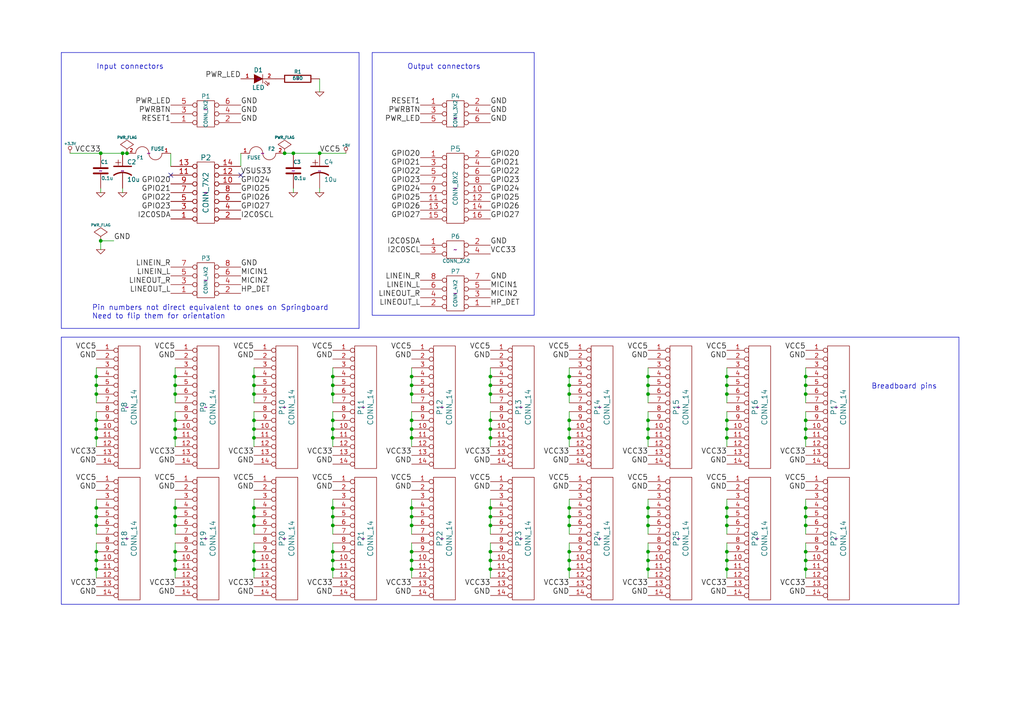
<source format=kicad_sch>
(kicad_sch (version 20230121) (generator eeschema)
  (paper "A4")
  (title_block (title "ProtoSpring for VAB-600 Springboard") (date "26 jun 2015") (rev "v1") (company "VIA Embedded / Gergely Imreh") (comment 1 "CERN Open Hardware License 1.2"))
  (lib_symbols
    (symbol "ProtoSpring-rescue:+3.3V" (power) (pin_names (offset 0))
      (property "Value" "+3.3V" (at 0 2.794 0))
      (symbol "+3.3V_0_0"
        (pin power_in line (at 0 0 90) (length 0) hide (name "+3.3V") (number "1"))
      )
      (symbol "+3.3V_0_1"
        (polyline (pts (xy 0 0) (xy 0 1.016) (xy 0 1.016)))
        (circle (center 0 1.524) (radius 0.508))
      )
    )
    (symbol "ProtoSpring-rescue:+5V" (power) (pin_names (offset 1.016))
      (property "Value" "+5V" (at 0 2.286 0))
      (symbol "+5V_0_0"
        (pin power_in line (at 0 0 90) (length 0) hide (name "+5V") (number "1"))
      )
      (symbol "+5V_0_1"
        (polyline (pts (xy 0 0) (xy 0 0.762) (xy 0 0.762) (xy 0 0.762)))
        (circle (center 0 1.27) (radius 0.508))
      )
    )
    (symbol "ProtoSpring-rescue:C" (pin_numbers hide) (pin_names (offset 0.254))
      (property "Reference" "C" (at 0 2.54 0))
      (property "Value" "C" (at 0.1524 -2.159 0))
      (symbol "C_0_1"
        (polyline (pts (xy -2.032 -0.762) (xy 2.032 -0.762)) (stroke (width 0.508)))
        (polyline (pts (xy -2.032 0.762) (xy 2.032 0.762)) (stroke (width 0.508)))
      )
      (symbol "C_1_1"
        (pin passive line (at 0 5.08 270) (length 4.318) (name "~") (number "1"))
        (pin passive line (at 0 -5.08 90) (length 4.318) (name "~") (number "2"))
      )
    )
    (symbol "ProtoSpring-rescue:CONN_14" (pin_names (offset 1.016) hide)
      (property "Reference" "P" (at -0.762 0 90))
      (property "Value" "CONN_14" (at 2.032 0 90))
      (symbol "CONN_14_0_1"
        (rectangle (start -2.54 17.78) (end 3.81 -17.78))
      )
      (symbol "CONN_14_1_1"
        (pin passive inverted (at -8.89 16.51 0) (length 6.35) (name "P1") (number "1"))
        (pin passive inverted (at -8.89 -6.35 0) (length 6.35) (name "P10") (number "10"))
        (pin passive inverted (at -8.89 -8.89 0) (length 6.35) (name "P11") (number "11"))
        (pin passive inverted (at -8.89 -11.43 0) (length 6.35) (name "P12") (number "12"))
        (pin passive inverted (at -8.89 -13.97 0) (length 6.35) (name "P13") (number "13"))
        (pin passive inverted (at -8.89 -16.51 0) (length 6.35) (name "P14") (number "14"))
        (pin passive inverted (at -8.89 13.97 0) (length 6.35) (name "P2") (number "2"))
        (pin passive inverted (at -8.89 11.43 0) (length 6.35) (name "P3") (number "3"))
        (pin passive inverted (at -8.89 8.89 0) (length 6.35) (name "P4") (number "4"))
        (pin passive inverted (at -8.89 6.35 0) (length 6.35) (name "P5") (number "5"))
        (pin passive inverted (at -8.89 3.81 0) (length 6.35) (name "P6") (number "6"))
        (pin passive inverted (at -8.89 1.27 0) (length 6.35) (name "P7") (number "7"))
        (pin passive inverted (at -8.89 -1.27 0) (length 6.35) (name "P8") (number "8"))
        (pin passive inverted (at -8.89 -3.81 0) (length 6.35) (name "P9") (number "9"))
      )
    )
    (symbol "ProtoSpring-rescue:CONN_2X2" (pin_names (offset 1.016) hide)
      (property "Reference" "P" (at 0 3.81 0))
      (property "Value" "CONN_2X2" (at 0.254 -3.302 0))
      (symbol "CONN_2X2_0_1"
        (rectangle (start -2.54 2.54) (end 2.54 -2.54))
      )
      (symbol "CONN_2X2_1_1"
        (pin passive inverted (at -10.16 1.27 0) (length 7.62) (name "1") (number "1"))
        (pin passive inverted (at 10.16 1.27 180) (length 7.62) (name "2") (number "2"))
        (pin passive inverted (at -10.16 -1.27 0) (length 7.62) (name "3") (number "3"))
        (pin passive inverted (at 10.16 -1.27 180) (length 7.62) (name "4") (number "4"))
      )
    )
    (symbol "ProtoSpring-rescue:CONN_3X2" (pin_names (offset 1.016) hide)
      (property "Reference" "P" (at 0 6.35 0))
      (property "Value" "CONN_3X2" (at 0 1.27 90))
      (symbol "CONN_3X2_0_1"
        (rectangle (start -2.54 5.08) (end 2.54 -2.54))
      )
      (symbol "CONN_3X2_1_1"
        (pin passive inverted (at -10.16 3.81 0) (length 7.62) (name "1") (number "1"))
        (pin passive inverted (at 10.16 3.81 180) (length 7.62) (name "2") (number "2"))
        (pin passive inverted (at -10.16 1.27 0) (length 7.62) (name "3") (number "3"))
        (pin passive inverted (at 10.16 1.27 180) (length 7.62) (name "4") (number "4"))
        (pin passive inverted (at -10.16 -1.27 0) (length 7.62) (name "5") (number "5"))
        (pin passive inverted (at 10.16 -1.27 180) (length 7.62) (name "6") (number "6"))
      )
    )
    (symbol "ProtoSpring-rescue:CONN_4X2" (pin_names (offset 1.016) hide)
      (property "Reference" "P" (at 0 6.35 0))
      (property "Value" "CONN_4X2" (at 0 0 90))
      (symbol "CONN_4X2_0_1"
        (rectangle (start -2.54 5.08) (end 2.54 -5.08))
      )
      (symbol "CONN_4X2_1_1"
        (pin passive inverted (at -10.16 3.81 0) (length 7.62) (name "1") (number "1"))
        (pin passive inverted (at 10.16 3.81 180) (length 7.62) (name "2") (number "2"))
        (pin passive inverted (at -10.16 1.27 0) (length 7.62) (name "3") (number "3"))
        (pin passive inverted (at 10.16 1.27 180) (length 7.62) (name "4") (number "4"))
        (pin passive inverted (at -10.16 -1.27 0) (length 7.62) (name "5") (number "5"))
        (pin passive inverted (at 10.16 -1.27 180) (length 7.62) (name "6") (number "6"))
        (pin passive inverted (at -10.16 -3.81 0) (length 7.62) (name "7") (number "7"))
        (pin passive inverted (at 10.16 -3.81 180) (length 7.62) (name "8") (number "8"))
      )
    )
    (symbol "ProtoSpring-rescue:CONN_7X2" (pin_names (offset 1.016) hide)
      (property "Reference" "P" (at 0 10.16 0))
      (property "Value" "CONN_7X2" (at 0 0 90))
      (symbol "CONN_7X2_0_1"
        (rectangle (start -2.54 8.89) (end 2.54 -8.89))
      )
      (symbol "CONN_7X2_1_1"
        (pin passive inverted (at -10.16 7.62 0) (length 7.62) (name "P1") (number "1"))
        (pin passive inverted (at 10.16 -2.54 180) (length 7.62) (name "10") (number "10"))
        (pin passive inverted (at -10.16 -5.08 0) (length 7.62) (name "11") (number "11"))
        (pin passive inverted (at 10.16 -5.08 180) (length 7.62) (name "12") (number "12"))
        (pin passive inverted (at -10.16 -7.62 0) (length 7.62) (name "13") (number "13"))
        (pin passive inverted (at 10.16 -7.62 180) (length 7.62) (name "14") (number "14"))
        (pin passive inverted (at 10.16 7.62 180) (length 7.62) (name "P2") (number "2"))
        (pin passive inverted (at -10.16 5.08 0) (length 7.62) (name "P3") (number "3"))
        (pin passive inverted (at 10.16 5.08 180) (length 7.62) (name "P4") (number "4"))
        (pin passive inverted (at -10.16 2.54 0) (length 7.62) (name "P5") (number "5"))
        (pin passive inverted (at 10.16 2.54 180) (length 7.62) (name "P6") (number "6"))
        (pin passive inverted (at -10.16 0 0) (length 7.62) (name "P7") (number "7"))
        (pin passive inverted (at 10.16 0 180) (length 7.62) (name "P8") (number "8"))
        (pin passive inverted (at -10.16 -2.54 0) (length 7.62) (name "9") (number "9"))
      )
    )
    (symbol "ProtoSpring-rescue:CONN_8X2" (pin_names (offset 1.016))
      (property "Reference" "P" (at 0 11.43 0))
      (property "Value" "CONN_8X2" (at 0 0 90))
      (symbol "CONN_8X2_0_1"
        (rectangle (start -2.54 10.16) (end 2.54 -10.16))
      )
      (symbol "CONN_8X2_1_1"
        (pin passive inverted (at -10.16 8.89 0) (length 7.62) (name "~") (number "1"))
        (pin passive inverted (at 10.16 -1.27 180) (length 7.62) (name "~") (number "10"))
        (pin passive inverted (at -10.16 -3.81 0) (length 7.62) (name "~") (number "11"))
        (pin passive inverted (at 10.16 -3.81 180) (length 7.62) (name "~") (number "12"))
        (pin passive inverted (at -10.16 -6.35 0) (length 7.62) (name "~") (number "13"))
        (pin passive inverted (at 10.16 -6.35 180) (length 7.62) (name "~") (number "14"))
        (pin passive inverted (at -10.16 -8.89 0) (length 7.62) (name "~") (number "15"))
        (pin passive inverted (at 10.16 -8.89 180) (length 7.62) (name "~") (number "16"))
        (pin passive inverted (at 10.16 8.89 180) (length 7.62) (name "~") (number "2"))
        (pin passive inverted (at -10.16 6.35 0) (length 7.62) (name "~") (number "3"))
        (pin passive inverted (at 10.16 6.35 180) (length 7.62) (name "~") (number "4"))
        (pin passive inverted (at -10.16 3.81 0) (length 7.62) (name "~") (number "5"))
        (pin passive inverted (at 10.16 3.81 180) (length 7.62) (name "~") (number "6"))
        (pin passive inverted (at -10.16 1.27 0) (length 7.62) (name "~") (number "7"))
        (pin passive inverted (at 10.16 1.27 180) (length 7.62) (name "~") (number "8"))
        (pin passive inverted (at -10.16 -1.27 0) (length 7.62) (name "~") (number "9"))
      )
    )
    (symbol "ProtoSpring-rescue:CP1" (pin_numbers hide) (pin_names (offset 0.254) hide)
      (property "Reference" "C" (at 1.27 2.54 0))
      (property "Value" "CP1" (at 1.27 -2.54 0))
      (symbol "CP1_0_0"
        (text "+" (at -1.27 2.54 0) (effects (font (size 2.032 2.032))))
      )
      (symbol "CP1_0_1"
        (polyline (pts (xy -2.54 1.27) (xy 2.54 1.27) (xy 1.27 1.27) (xy 1.27 1.27)) (stroke (width 0.381)))
        (arc (start 2.54 -1.27) (mid 0 -0.5009) (end -2.54 -1.27) (stroke (width 0.381)))
      )
      (symbol "CP1_1_1"
        (pin passive line (at 0 5.08 270) (length 3.81) (name "~") (number "1"))
        (pin passive line (at 0 -5.08 90) (length 4.572) (name "~") (number "2"))
      )
    )
    (symbol "ProtoSpring-rescue:FUSE" (pin_names (offset 0.254))
      (property "Reference" "F" (at 2.54 1.27 0))
      (property "Value" "FUSE" (at -2.54 -1.27 0))
      (symbol "FUSE_0_1"
        (arc (start 0 0) (mid -1.905 1.8967) (end -3.81 0))
        (arc (start 0 0) (mid 1.905 -1.8967) (end 3.81 0))
      )
      (symbol "FUSE_1_1"
        (pin input line (at -6.35 0 0) (length 2.54) (name "~") (number "1"))
        (pin input line (at 6.35 0 180) (length 2.54) (name "~") (number "2"))
      )
    )
    (symbol "ProtoSpring-rescue:GND" (power) (pin_names (offset 0))
      (symbol "GND_0_1"
        (polyline (pts (xy -1.27 0) (xy 0 -1.27) (xy 1.27 0) (xy -1.27 0)))
      )
      (symbol "GND_1_1"
        (pin power_in line (at 0 0 90) (length 0) hide (name "GND") (number "1"))
      )
    )
    (symbol "ProtoSpring-rescue:LED" (pin_names (offset 1.016) hide)
      (property "Reference" "D" (at 0 2.54 0))
      (property "Value" "LED" (at 0 -2.54 0))
      (symbol "LED_0_1"
        (polyline (pts (xy 1.27 1.27) (xy 1.27 -1.27)))
        (polyline (pts (xy -1.27 1.27) (xy 1.27 0) (xy -1.27 -1.27)) (fill (type outline)))
        (polyline (pts (xy 1.651 -1.016) (xy 2.794 -2.032) (xy 2.667 -1.397)))
        (polyline (pts (xy 2.032 -0.635) (xy 3.175 -1.651) (xy 3.048 -1.016)))
      )
      (symbol "LED_1_1"
        (pin passive line (at -5.08 0 0) (length 3.81) (name "A") (number "1"))
        (pin passive line (at 5.08 0 180) (length 3.81) (name "K") (number "2"))
      )
    )
    (symbol "ProtoSpring-rescue:PWR_FLAG" (power) (pin_numbers hide) (pin_names (offset 0) hide)
      (property "Value" "PWR_FLAG" (at 0 4.572 0))
      (symbol "PWR_FLAG_0_0"
        (pin power_out line (at 0 0 90) (length 0) (name "pwr") (number "1"))
      )
      (symbol "PWR_FLAG_0_1"
        (polyline (pts (xy 0 0) (xy 0 1.27) (xy -1.905 2.54) (xy 0 3.81) (xy 1.905 2.54) (xy 0 1.27)))
      )
    )
    (symbol "ProtoSpring-rescue:R" (pin_numbers hide) (pin_names (offset 0))
      (property "Reference" "R" (at 2.032 0 90))
      (property "Value" "R" (at 0.1778 0.0254 90))
      (symbol "R_0_1"
        (rectangle (start -1.016 3.81) (end 1.016 -3.81) (stroke (width 0.3048)))
      )
      (symbol "R_1_1"
        (pin passive line (at 0 6.35 270) (length 2.54) (name "~") (number "1"))
        (pin passive line (at 0 -6.35 90) (length 2.54) (name "~") (number "2"))
      )
    )
  )
  (junction (at 142.24 162.56))
  (junction (at 119.38 109.22))
  (junction (at 119.38 149.86))
  (junction (at 233.68 160.02))
  (junction (at 142.24 109.22))
  (junction (at 165.1 114.3))
  (junction (at 233.68 165.1))
  (junction (at 96.52 109.22))
  (junction (at 119.38 114.3))
  (junction (at 187.96 109.22))
  (junction (at 73.66 147.32))
  (junction (at 142.24 114.3))
  (junction (at 119.38 147.32))
  (junction (at 233.68 162.56))
  (junction (at 27.94 149.86))
  (junction (at 27.94 147.32))
  (junction (at 36.83 44.45))
  (junction (at 29.21 69.85))
  (junction (at 50.8 149.86))
  (junction (at 96.52 165.1))
  (junction (at 165.1 121.92))
  (junction (at 35.56 44.45))
  (junction (at 27.94 160.02))
  (junction (at 27.94 162.56))
  (junction (at 187.96 114.3))
  (junction (at 187.96 160.02))
  (junction (at 119.38 165.1))
  (junction (at 119.38 127))
  (junction (at 142.24 111.76))
  (junction (at 210.82 127))
  (junction (at 50.8 127))
  (junction (at 82.55 44.45))
  (junction (at 96.52 147.32))
  (junction (at 142.24 127))
  (junction (at 165.1 149.86))
  (junction (at 165.1 152.4))
  (junction (at 233.68 121.92))
  (junction (at 96.52 121.92))
  (junction (at 142.24 149.86))
  (junction (at 73.66 165.1))
  (junction (at 233.68 149.86))
  (junction (at 210.82 124.46))
  (junction (at 96.52 152.4))
  (junction (at 187.96 147.32))
  (junction (at 165.1 165.1))
  (junction (at 187.96 162.56))
  (junction (at 73.66 121.92))
  (junction (at 27.94 111.76))
  (junction (at 165.1 109.22))
  (junction (at 210.82 109.22))
  (junction (at 165.1 162.56))
  (junction (at 187.96 152.4))
  (junction (at 165.1 147.32))
  (junction (at 187.96 165.1))
  (junction (at 27.94 121.92))
  (junction (at 165.1 127))
  (junction (at 233.68 152.4))
  (junction (at 210.82 147.32))
  (junction (at 210.82 165.1))
  (junction (at 50.8 109.22))
  (junction (at 96.52 124.46))
  (junction (at 119.38 162.56))
  (junction (at 187.96 127))
  (junction (at 165.1 160.02))
  (junction (at 210.82 162.56))
  (junction (at 50.8 147.32))
  (junction (at 73.66 114.3))
  (junction (at 96.52 162.56))
  (junction (at 142.24 160.02))
  (junction (at 210.82 121.92))
  (junction (at 73.66 160.02))
  (junction (at 187.96 121.92))
  (junction (at 50.8 111.76))
  (junction (at 96.52 114.3))
  (junction (at 210.82 149.86))
  (junction (at 210.82 111.76))
  (junction (at 233.68 114.3))
  (junction (at 92.71 44.45))
  (junction (at 165.1 111.76))
  (junction (at 210.82 114.3))
  (junction (at 119.38 152.4))
  (junction (at 29.21 44.45))
  (junction (at 73.66 109.22))
  (junction (at 233.68 127))
  (junction (at 233.68 124.46))
  (junction (at 119.38 111.76))
  (junction (at 73.66 162.56))
  (junction (at 187.96 149.86))
  (junction (at 187.96 111.76))
  (junction (at 142.24 124.46))
  (junction (at 187.96 124.46))
  (junction (at 73.66 152.4))
  (junction (at 50.8 121.92))
  (junction (at 50.8 165.1))
  (junction (at 233.68 147.32))
  (junction (at 96.52 160.02))
  (junction (at 233.68 109.22))
  (junction (at 165.1 124.46))
  (junction (at 73.66 149.86))
  (junction (at 50.8 114.3))
  (junction (at 119.38 160.02))
  (junction (at 142.24 147.32))
  (junction (at 96.52 149.86))
  (junction (at 233.68 111.76))
  (junction (at 73.66 127))
  (junction (at 73.66 111.76))
  (junction (at 142.24 165.1))
  (junction (at 96.52 127))
  (junction (at 85.09 44.45))
  (junction (at 50.8 162.56))
  (junction (at 96.52 111.76))
  (junction (at 50.8 160.02))
  (junction (at 210.82 160.02))
  (junction (at 210.82 152.4))
  (junction (at 27.94 165.1))
  (junction (at 27.94 152.4))
  (junction (at 119.38 124.46))
  (junction (at 27.94 124.46))
  (junction (at 50.8 152.4))
  (junction (at 73.66 124.46))
  (junction (at 50.8 124.46))
  (junction (at 142.24 152.4))
  (junction (at 27.94 109.22))
  (junction (at 142.24 121.92))
  (junction (at 27.94 114.3))
  (junction (at 27.94 127))
  (junction (at 119.38 121.92))
  (no_connect (at 69.85 50.8))
  (no_connect (at 49.53 50.8))
  (wire (pts (xy 119.38 119.38) (xy 119.38 121.92)))
  (wire (pts (xy 142.24 144.78) (xy 142.24 147.32)))
  (wire (pts (xy 96.52 152.4) (xy 96.52 154.94)))
  (wire (pts (xy 187.96 147.32) (xy 187.96 149.86)))
  (wire (pts (xy 210.82 162.56) (xy 210.82 165.1)))
  (wire (pts (xy 73.66 121.92) (xy 73.66 124.46)))
  (wire (pts (xy 165.1 106.68) (xy 165.1 109.22)))
  (wire (pts (xy 27.94 144.78) (xy 27.94 147.32)))
  (wire (pts (xy 50.8 114.3) (xy 50.8 116.84)))
  (polyline (pts (xy 104.14 95.25) (xy 17.78 95.25)))
  (wire (pts (xy 27.94 121.92) (xy 27.94 124.46)))
  (wire (pts (xy 119.38 152.4) (xy 119.38 154.94)))
  (wire (pts (xy 187.96 111.76) (xy 187.96 114.3)))
  (wire (pts (xy 187.96 152.4) (xy 187.96 154.94)))
  (polyline (pts (xy 154.94 91.44) (xy 107.95 91.44)))
  (wire (pts (xy 187.96 121.92) (xy 187.96 124.46)))
  (wire (pts (xy 119.38 157.48) (xy 119.38 160.02)))
  (wire (pts (xy 187.96 149.86) (xy 187.96 152.4)))
  (polyline (pts (xy 17.78 15.24) (xy 104.14 15.24)))
  (wire (pts (xy 187.96 162.56) (xy 187.96 165.1)))
  (wire (pts (xy 210.82 127) (xy 210.82 129.54)))
  (wire (pts (xy 142.24 121.92) (xy 142.24 124.46)))
  (wire (pts (xy 210.82 152.4) (xy 210.82 154.94)))
  (wire (pts (xy 73.66 147.32) (xy 73.66 149.86)))
  (wire (pts (xy 96.52 162.56) (xy 96.52 165.1)))
  (wire (pts (xy 165.1 114.3) (xy 165.1 116.84)))
  (wire (pts (xy 119.38 111.76) (xy 119.38 114.3)))
  (wire (pts (xy 142.24 124.46) (xy 142.24 127)))
  (wire (pts (xy 50.8 144.78) (xy 50.8 147.32)))
  (wire (pts (xy 165.1 124.46) (xy 165.1 127)))
  (wire (pts (xy 92.71 22.86) (xy 92.71 26.67)))
  (wire (pts (xy 210.82 119.38) (xy 210.82 121.92)))
  (wire (pts (xy 20.32 44.45) (xy 29.21 44.45)))
  (wire (pts (xy 187.96 119.38) (xy 187.96 121.92)))
  (wire (pts (xy 165.1 144.78) (xy 165.1 147.32)))
  (wire (pts (xy 142.24 111.76) (xy 142.24 114.3)))
  (wire (pts (xy 119.38 165.1) (xy 119.38 167.64)))
  (wire (pts (xy 29.21 69.85) (xy 33.02 69.85)))
  (wire (pts (xy 49.53 48.26) (xy 49.53 44.45)))
  (wire (pts (xy 50.8 165.1) (xy 50.8 167.64)))
  (wire (pts (xy 165.1 149.86) (xy 165.1 152.4)))
  (polyline (pts (xy 278.13 97.79) (xy 278.13 175.26)))
  (wire (pts (xy 233.68 149.86) (xy 233.68 152.4)))
  (wire (pts (xy 119.38 149.86) (xy 119.38 152.4)))
  (wire (pts (xy 73.66 119.38) (xy 73.66 121.92)))
  (wire (pts (xy 73.66 157.48) (xy 73.66 160.02)))
  (wire (pts (xy 187.96 144.78) (xy 187.96 147.32)))
  (wire (pts (xy 96.52 114.3) (xy 96.52 116.84)))
  (wire (pts (xy 73.66 144.78) (xy 73.66 147.32)))
  (wire (pts (xy 73.66 124.46) (xy 73.66 127)))
  (wire (pts (xy 165.1 160.02) (xy 165.1 162.56)))
  (wire (pts (xy 73.66 149.86) (xy 73.66 152.4)))
  (wire (pts (xy 27.94 160.02) (xy 27.94 162.56)))
  (wire (pts (xy 210.82 144.78) (xy 210.82 147.32)))
  (wire (pts (xy 233.68 157.48) (xy 233.68 160.02)))
  (wire (pts (xy 50.8 149.86) (xy 50.8 152.4)))
  (wire (pts (xy 50.8 127) (xy 50.8 129.54)))
  (wire (pts (xy 27.94 111.76) (xy 27.94 114.3)))
  (wire (pts (xy 165.1 111.76) (xy 165.1 114.3)))
  (wire (pts (xy 210.82 106.68) (xy 210.82 109.22)))
  (wire (pts (xy 73.66 127) (xy 73.66 129.54)))
  (wire (pts (xy 119.38 109.22) (xy 119.38 111.76)))
  (wire (pts (xy 35.56 44.45) (xy 36.83 44.45)))
  (wire (pts (xy 92.71 54.61) (xy 92.71 55.88)))
  (wire (pts (xy 233.68 114.3) (xy 233.68 116.84)))
  (wire (pts (xy 50.8 147.32) (xy 50.8 149.86)))
  (polyline (pts (xy 17.78 175.26) (xy 17.78 97.79)))
  (wire (pts (xy 73.66 109.22) (xy 73.66 111.76)))
  (wire (pts (xy 73.66 160.02) (xy 73.66 162.56)))
  (wire (pts (xy 96.52 149.86) (xy 96.52 152.4)))
  (wire (pts (xy 233.68 165.1) (xy 233.68 167.64)))
  (wire (pts (xy 96.52 106.68) (xy 96.52 109.22)))
  (wire (pts (xy 27.94 109.22) (xy 27.94 111.76)))
  (wire (pts (xy 50.8 162.56) (xy 50.8 165.1)))
  (wire (pts (xy 73.66 162.56) (xy 73.66 165.1)))
  (wire (pts (xy 142.24 147.32) (xy 142.24 149.86)))
  (wire (pts (xy 142.24 160.02) (xy 142.24 162.56)))
  (wire (pts (xy 233.68 111.76) (xy 233.68 114.3)))
  (wire (pts (xy 27.94 162.56) (xy 27.94 165.1)))
  (wire (pts (xy 50.8 124.46) (xy 50.8 127)))
  (wire (pts (xy 233.68 106.68) (xy 233.68 109.22)))
  (wire (pts (xy 50.8 121.92) (xy 50.8 124.46)))
  (wire (pts (xy 142.24 162.56) (xy 142.24 165.1)))
  (wire (pts (xy 50.8 109.22) (xy 50.8 111.76)))
  (wire (pts (xy 96.52 160.02) (xy 96.52 162.56)))
  (wire (pts (xy 92.71 44.45) (xy 100.33 44.45)))
  (wire (pts (xy 233.68 144.78) (xy 233.68 147.32)))
  (wire (pts (xy 27.94 165.1) (xy 27.94 167.64)))
  (wire (pts (xy 50.8 157.48) (xy 50.8 160.02)))
  (polyline (pts (xy 17.78 97.79) (xy 278.13 97.79)))
  (wire (pts (xy 187.96 124.46) (xy 187.96 127)))
  (polyline (pts (xy 17.78 95.25) (xy 17.78 15.24)))
  (wire (pts (xy 187.96 160.02) (xy 187.96 162.56)))
  (wire (pts (xy 165.1 121.92) (xy 165.1 124.46)))
  (wire (pts (xy 27.94 127) (xy 27.94 129.54)))
  (wire (pts (xy 27.94 157.48) (xy 27.94 160.02)))
  (wire (pts (xy 96.52 165.1) (xy 96.52 167.64)))
  (wire (pts (xy 50.8 160.02) (xy 50.8 162.56)))
  (wire (pts (xy 96.52 111.76) (xy 96.52 114.3)))
  (wire (pts (xy 210.82 149.86) (xy 210.82 152.4)))
  (wire (pts (xy 27.94 114.3) (xy 27.94 116.84)))
  (wire (pts (xy 142.24 157.48) (xy 142.24 160.02)))
  (wire (pts (xy 96.52 119.38) (xy 96.52 121.92)))
  (wire (pts (xy 233.68 147.32) (xy 233.68 149.86)))
  (wire (pts (xy 27.94 106.68) (xy 27.94 109.22)))
  (wire (pts (xy 119.38 106.68) (xy 119.38 109.22)))
  (wire (pts (xy 187.96 127) (xy 187.96 129.54)))
  (wire (pts (xy 73.66 152.4) (xy 73.66 154.94)))
  (wire (pts (xy 142.24 109.22) (xy 142.24 111.76)))
  (wire (pts (xy 187.96 106.68) (xy 187.96 109.22)))
  (wire (pts (xy 233.68 152.4) (xy 233.68 154.94)))
  (wire (pts (xy 142.24 114.3) (xy 142.24 116.84)))
  (wire (pts (xy 96.52 109.22) (xy 96.52 111.76)))
  (wire (pts (xy 165.1 119.38) (xy 165.1 121.92)))
  (wire (pts (xy 233.68 160.02) (xy 233.68 162.56)))
  (wire (pts (xy 27.94 149.86) (xy 27.94 152.4)))
  (wire (pts (xy 35.56 54.61) (xy 35.56 55.88)))
  (wire (pts (xy 119.38 127) (xy 119.38 129.54)))
  (wire (pts (xy 142.24 152.4) (xy 142.24 154.94)))
  (wire (pts (xy 233.68 109.22) (xy 233.68 111.76)))
  (wire (pts (xy 165.1 147.32) (xy 165.1 149.86)))
  (wire (pts (xy 142.24 106.68) (xy 142.24 109.22)))
  (wire (pts (xy 119.38 114.3) (xy 119.38 116.84)))
  (wire (pts (xy 187.96 157.48) (xy 187.96 160.02)))
  (wire (pts (xy 187.96 165.1) (xy 187.96 167.64)))
  (wire (pts (xy 165.1 157.48) (xy 165.1 160.02)))
  (wire (pts (xy 73.66 111.76) (xy 73.66 114.3)))
  (wire (pts (xy 29.21 72.39) (xy 29.21 69.85)))
  (wire (pts (xy 210.82 121.92) (xy 210.82 124.46)))
  (wire (pts (xy 210.82 109.22) (xy 210.82 111.76)))
  (polyline (pts (xy 154.94 15.24) (xy 154.94 91.44)))
  (wire (pts (xy 210.82 111.76) (xy 210.82 114.3)))
  (wire (pts (xy 142.24 127) (xy 142.24 129.54)))
  (wire (pts (xy 82.55 44.45) (xy 85.09 44.45)))
  (wire (pts (xy 233.68 119.38) (xy 233.68 121.92)))
  (wire (pts (xy 119.38 162.56) (xy 119.38 165.1)))
  (wire (pts (xy 96.52 124.46) (xy 96.52 127)))
  (wire (pts (xy 119.38 124.46) (xy 119.38 127)))
  (wire (pts (xy 85.09 44.45) (xy 92.71 44.45)))
  (polyline (pts (xy 278.13 175.26) (xy 17.78 175.26)))
  (wire (pts (xy 119.38 147.32) (xy 119.38 149.86)))
  (wire (pts (xy 187.96 109.22) (xy 187.96 111.76)))
  (wire (pts (xy 29.21 54.61) (xy 29.21 55.88)))
  (wire (pts (xy 165.1 109.22) (xy 165.1 111.76)))
  (wire (pts (xy 233.68 127) (xy 233.68 129.54)))
  (wire (pts (xy 73.66 114.3) (xy 73.66 116.84)))
  (wire (pts (xy 96.52 127) (xy 96.52 129.54)))
  (wire (pts (xy 69.85 48.26) (xy 69.85 44.45)))
  (wire (pts (xy 142.24 149.86) (xy 142.24 152.4)))
  (wire (pts (xy 210.82 157.48) (xy 210.82 160.02)))
  (wire (pts (xy 119.38 160.02) (xy 119.38 162.56)))
  (wire (pts (xy 50.8 119.38) (xy 50.8 121.92)))
  (wire (pts (xy 233.68 124.46) (xy 233.68 127)))
  (wire (pts (xy 142.24 165.1) (xy 142.24 167.64)))
  (wire (pts (xy 119.38 121.92) (xy 119.38 124.46)))
  (wire (pts (xy 96.52 121.92) (xy 96.52 124.46)))
  (wire (pts (xy 50.8 111.76) (xy 50.8 114.3)))
  (wire (pts (xy 233.68 162.56) (xy 233.68 165.1)))
  (wire (pts (xy 210.82 114.3) (xy 210.82 116.84)))
  (wire (pts (xy 27.94 152.4) (xy 27.94 154.94)))
  (wire (pts (xy 85.09 54.61) (xy 85.09 55.88)))
  (wire (pts (xy 73.66 165.1) (xy 73.66 167.64)))
  (wire (pts (xy 210.82 124.46) (xy 210.82 127)))
  (wire (pts (xy 50.8 106.68) (xy 50.8 109.22)))
  (wire (pts (xy 96.52 157.48) (xy 96.52 160.02)))
  (wire (pts (xy 96.52 144.78) (xy 96.52 147.32)))
  (wire (pts (xy 165.1 152.4) (xy 165.1 154.94)))
  (wire (pts (xy 187.96 114.3) (xy 187.96 116.84)))
  (wire (pts (xy 73.66 106.68) (xy 73.66 109.22)))
  (wire (pts (xy 27.94 119.38) (xy 27.94 121.92)))
  (wire (pts (xy 165.1 165.1) (xy 165.1 167.64)))
  (polyline (pts (xy 107.95 15.24) (xy 154.94 15.24)))
  (wire (pts (xy 119.38 144.78) (xy 119.38 147.32)))
  (wire (pts (xy 50.8 152.4) (xy 50.8 154.94)))
  (wire (pts (xy 210.82 165.1) (xy 210.82 167.64)))
  (wire (pts (xy 165.1 127) (xy 165.1 129.54)))
  (wire (pts (xy 27.94 124.46) (xy 27.94 127)))
  (wire (pts (xy 165.1 162.56) (xy 165.1 165.1)))
  (wire (pts (xy 27.94 147.32) (xy 27.94 149.86)))
  (polyline (pts (xy 104.14 15.24) (xy 104.14 95.25)))
  (wire (pts (xy 210.82 147.32) (xy 210.82 149.86)))
  (wire (pts (xy 142.24 119.38) (xy 142.24 121.92)))
  (polyline (pts (xy 107.95 91.44) (xy 107.95 15.24)))
  (wire (pts (xy 233.68 121.92) (xy 233.68 124.46)))
  (wire (pts (xy 210.82 160.02) (xy 210.82 162.56)))
  (wire (pts (xy 29.21 44.45) (xy 35.56 44.45)))
  (wire (pts (xy 96.52 147.32) (xy 96.52 149.86)))
  (text "Output connectors" (at 118.11 20.32 0) (effects (font (size 1.524 1.524)) (justify left bottom)))
  (text "Input connectors" (at 27.94 20.32 0) (effects (font (size 1.524 1.524)) (justify left bottom)))
  (text "Breadboard pins" (at 252.73 113.03 0) (effects (font (size 1.524 1.524)) (justify left bottom)))
  (text "Pin numbers not direct equivalent to ones on Springboard\nNeed to flip them for orientation" (at 26.67 92.71 0) (effects (font (size 1.524 1.524)) (justify left bottom)))
  (label "VCC5" (at 187.96 139.7 180) (effects (font (size 1.524 1.524))))
  (label "GND" (at 119.38 104.14 180) (effects (font (size 1.524 1.524))))
  (label "VCC33" (at 96.52 132.08 180) (effects (font (size 1.524 1.524))))
  (label "LINEOUT_L" (at 49.53 85.09 180) (effects (font (size 1.524 1.524))))
  (label "GPIO22" (at 49.53 58.42 180) (effects (font (size 1.524 1.524))))
  (label "VCC5" (at 187.96 101.6 180) (effects (font (size 1.524 1.524))))
  (label "VCC5" (at 210.82 139.7 180) (effects (font (size 1.524 1.524))))
  (label "GPIO27" (at 69.85 60.96 0) (effects (font (size 1.524 1.524))))
  (label "GPIO24" (at 69.85 53.34 0) (effects (font (size 1.524 1.524))))
  (label "GND" (at 50.8 104.14 180) (effects (font (size 1.524 1.524))))
  (label "VCC5" (at 119.38 101.6 180) (effects (font (size 1.524 1.524))))
  (label "VCC5" (at 142.24 101.6 180) (effects (font (size 1.524 1.524))))
  (label "GND" (at 73.66 172.72 180) (effects (font (size 1.524 1.524))))
  (label "VCC33" (at 210.82 170.18 180) (effects (font (size 1.524 1.524))))
  (label "GND" (at 33.02 69.85 0) (effects (font (size 1.524 1.524))))
  (label "GPIO27" (at 121.92 63.5 180) (effects (font (size 1.524 1.524))))
  (label "RESET1" (at 121.92 30.48 180) (effects (font (size 1.524 1.524))))
  (label "VCC33" (at 142.24 73.66 0) (effects (font (size 1.524 1.524))))
  (label "GPIO22" (at 121.92 50.8 180) (effects (font (size 1.524 1.524))))
  (label "GND" (at 142.24 33.02 0) (effects (font (size 1.524 1.524))))
  (label "VCC33" (at 142.24 170.18 180) (effects (font (size 1.524 1.524))))
  (label "GND" (at 233.68 142.24 180) (effects (font (size 1.524 1.524))))
  (label "GND" (at 50.8 172.72 180) (effects (font (size 1.524 1.524))))
  (label "GND" (at 27.94 104.14 180) (effects (font (size 1.524 1.524))))
  (label "GND" (at 165.1 134.62 180) (effects (font (size 1.524 1.524))))
  (label "GND" (at 142.24 142.24 180) (effects (font (size 1.524 1.524))))
  (label "GND" (at 119.38 142.24 180) (effects (font (size 1.524 1.524))))
  (label "VCC33" (at 73.66 170.18 180) (effects (font (size 1.524 1.524))))
  (label "GND" (at 142.24 172.72 180) (effects (font (size 1.524 1.524))))
  (label "VCC5" (at 92.71 44.45 0) (effects (font (size 1.524 1.524))))
  (label "GND" (at 165.1 142.24 180) (effects (font (size 1.524 1.524))))
  (label "GND" (at 27.94 142.24 180) (effects (font (size 1.524 1.524))))
  (label "GPIO26" (at 121.92 60.96 180) (effects (font (size 1.524 1.524))))
  (label "GND" (at 210.82 134.62 180) (effects (font (size 1.524 1.524))))
  (label "VSUS33" (at 69.85 50.8 0) (effects (font (size 1.524 1.524))))
  (label "GND" (at 96.52 142.24 180) (effects (font (size 1.524 1.524))))
  (label "VCC5" (at 210.82 101.6 180) (effects (font (size 1.524 1.524))))
  (label "VCC5" (at 233.68 101.6 180) (effects (font (size 1.524 1.524))))
  (label "GND" (at 69.85 30.48 0) (effects (font (size 1.524 1.524))))
  (label "VCC33" (at 27.94 132.08 180) (effects (font (size 1.524 1.524))))
  (label "GND" (at 50.8 142.24 180) (effects (font (size 1.524 1.524))))
  (label "GND" (at 73.66 134.62 180) (effects (font (size 1.524 1.524))))
  (label "PWRBTN" (at 49.53 33.02 180) (effects (font (size 1.524 1.524))))
  (label "VCC33" (at 119.38 132.08 180) (effects (font (size 1.524 1.524))))
  (label "GND" (at 233.68 134.62 180) (effects (font (size 1.524 1.524))))
  (label "VCC5" (at 27.94 101.6 180) (effects (font (size 1.524 1.524))))
  (label "LINEOUT_R" (at 121.92 86.36 180) (effects (font (size 1.524 1.524))))
  (label "GPIO25" (at 69.85 55.88 0) (effects (font (size 1.524 1.524))))
  (label "GND" (at 142.24 71.12 0) (effects (font (size 1.524 1.524))))
  (label "VCC33" (at 27.94 170.18 180) (effects (font (size 1.524 1.524))))
  (label "PWRBTN" (at 121.92 33.02 180) (effects (font (size 1.524 1.524))))
  (label "VCC33" (at 165.1 170.18 180) (effects (font (size 1.524 1.524))))
  (label "GND" (at 27.94 134.62 180) (effects (font (size 1.524 1.524))))
  (label "GND" (at 210.82 104.14 180) (effects (font (size 1.524 1.524))))
  (label "VCC5" (at 119.38 139.7 180) (effects (font (size 1.524 1.524))))
  (label "GND" (at 96.52 134.62 180) (effects (font (size 1.524 1.524))))
  (label "VCC33" (at 119.38 170.18 180) (effects (font (size 1.524 1.524))))
  (label "I2C0SCL" (at 121.92 73.66 180) (effects (font (size 1.524 1.524))))
  (label "LINEIN_R" (at 121.92 81.28 180) (effects (font (size 1.524 1.524))))
  (label "VCC5" (at 50.8 139.7 180) (effects (font (size 1.524 1.524))))
  (label "RESET1" (at 49.53 35.56 180) (effects (font (size 1.524 1.524))))
  (label "GND" (at 73.66 142.24 180) (effects (font (size 1.524 1.524))))
  (label "GND" (at 96.52 104.14 180) (effects (font (size 1.524 1.524))))
  (label "GND" (at 142.24 104.14 180) (effects (font (size 1.524 1.524))))
  (label "GPIO25" (at 121.92 58.42 180) (effects (font (size 1.524 1.524))))
  (label "VCC5" (at 50.8 101.6 180) (effects (font (size 1.524 1.524))))
  (label "HP_DET" (at 142.24 88.9 0) (effects (font (size 1.524 1.524))))
  (label "GPIO23" (at 121.92 53.34 180) (effects (font (size 1.524 1.524))))
  (label "GPIO21" (at 121.92 48.26 180) (effects (font (size 1.524 1.524))))
  (label "PWR_LED" (at 69.85 22.86 180) (effects (font (size 1.524 1.524))))
  (label "VCC33" (at 73.66 132.08 180) (effects (font (size 1.524 1.524))))
  (label "GPIO20" (at 142.24 45.72 0) (effects (font (size 1.524 1.524))))
  (label "MICIN1" (at 142.24 83.82 0) (effects (font (size 1.524 1.524))))
  (label "VCC33" (at 187.96 132.08 180) (effects (font (size 1.524 1.524))))
  (label "GPIO23" (at 142.24 53.34 0) (effects (font (size 1.524 1.524))))
  (label "GND" (at 96.52 172.72 180) (effects (font (size 1.524 1.524))))
  (label "GPIO27" (at 142.24 63.5 0) (effects (font (size 1.524 1.524))))
  (label "VCC33" (at 187.96 170.18 180) (effects (font (size 1.524 1.524))))
  (label "GND" (at 142.24 35.56 0) (effects (font (size 1.524 1.524))))
  (label "GND" (at 27.94 172.72 180) (effects (font (size 1.524 1.524))))
  (label "GPIO26" (at 69.85 58.42 0) (effects (font (size 1.524 1.524))))
  (label "GND" (at 73.66 104.14 180) (effects (font (size 1.524 1.524))))
  (label "VCC33" (at 233.68 132.08 180) (effects (font (size 1.524 1.524))))
  (label "VCC5" (at 73.66 139.7 180) (effects (font (size 1.524 1.524))))
  (label "GND" (at 142.24 134.62 180) (effects (font (size 1.524 1.524))))
  (label "GPIO22" (at 142.24 50.8 0) (effects (font (size 1.524 1.524))))
  (label "PWR_LED" (at 49.53 30.48 180) (effects (font (size 1.524 1.524))))
  (label "GPIO21" (at 49.53 55.88 180) (effects (font (size 1.524 1.524))))
  (label "GND" (at 69.85 35.56 0) (effects (font (size 1.524 1.524))))
  (label "GND" (at 142.24 30.48 0) (effects (font (size 1.524 1.524))))
  (label "VCC33" (at 233.68 170.18 180) (effects (font (size 1.524 1.524))))
  (label "VCC5" (at 142.24 139.7 180) (effects (font (size 1.524 1.524))))
  (label "LINEOUT_R" (at 49.53 82.55 180) (effects (font (size 1.524 1.524))))
  (label "GND" (at 50.8 134.62 180) (effects (font (size 1.524 1.524))))
  (label "GPIO20" (at 121.92 45.72 180) (effects (font (size 1.524 1.524))))
  (label "VCC33" (at 142.24 132.08 180) (effects (font (size 1.524 1.524))))
  (label "PWR_LED" (at 121.92 35.56 180) (effects (font (size 1.524 1.524))))
  (label "VCC5" (at 96.52 139.7 180) (effects (font (size 1.524 1.524))))
  (label "LINEIN_L" (at 121.92 83.82 180) (effects (font (size 1.524 1.524))))
  (label "LINEOUT_L" (at 121.92 88.9 180) (effects (font (size 1.524 1.524))))
  (label "VCC33" (at 50.8 132.08 180) (effects (font (size 1.524 1.524))))
  (label "GND" (at 69.85 33.02 0) (effects (font (size 1.524 1.524))))
  (label "GPIO20" (at 49.53 53.34 180) (effects (font (size 1.524 1.524))))
  (label "LINEIN_R" (at 49.53 77.47 180) (effects (font (size 1.524 1.524))))
  (label "MICIN2" (at 69.85 82.55 0) (effects (font (size 1.524 1.524))))
  (label "LINEIN_L" (at 49.53 80.01 180) (effects (font (size 1.524 1.524))))
  (label "GND" (at 187.96 142.24 180) (effects (font (size 1.524 1.524))))
  (label "GND" (at 119.38 134.62 180) (effects (font (size 1.524 1.524))))
  (label "MICIN1" (at 69.85 80.01 0) (effects (font (size 1.524 1.524))))
  (label "VCC33" (at 96.52 170.18 180) (effects (font (size 1.524 1.524))))
  (label "GPIO26" (at 142.24 60.96 0) (effects (font (size 1.524 1.524))))
  (label "VCC5" (at 233.68 139.7 180) (effects (font (size 1.524 1.524))))
  (label "VCC33" (at 165.1 132.08 180) (effects (font (size 1.524 1.524))))
  (label "VCC33" (at 210.82 132.08 180) (effects (font (size 1.524 1.524))))
  (label "VCC5" (at 73.66 101.6 180) (effects (font (size 1.524 1.524))))
  (label "GND" (at 210.82 172.72 180) (effects (font (size 1.524 1.524))))
  (label "I2C0SDA" (at 49.53 63.5 180) (effects (font (size 1.524 1.524))))
  (label "GND" (at 233.68 172.72 180) (effects (font (size 1.524 1.524))))
  (label "GPIO24" (at 121.92 55.88 180) (effects (font (size 1.524 1.524))))
  (label "GPIO23" (at 49.53 60.96 180) (effects (font (size 1.524 1.524))))
  (label "GND" (at 187.96 172.72 180) (effects (font (size 1.524 1.524))))
  (label "GND" (at 69.85 77.47 0) (effects (font (size 1.524 1.524))))
  (label "I2C0SDA" (at 121.92 71.12 180) (effects (font (size 1.524 1.524))))
  (label "GPIO24" (at 142.24 55.88 0) (effects (font (size 1.524 1.524))))
  (label "GND" (at 165.1 172.72 180) (effects (font (size 1.524 1.524))))
  (label "GPIO25" (at 142.24 58.42 0) (effects (font (size 1.524 1.524))))
  (label "VCC5" (at 27.94 139.7 180) (effects (font (size 1.524 1.524))))
  (label "GND" (at 187.96 134.62 180) (effects (font (size 1.524 1.524))))
  (label "GND" (at 210.82 142.24 180) (effects (font (size 1.524 1.524))))
  (label "VCC5" (at 96.52 101.6 180) (effects (font (size 1.524 1.524))))
  (label "GND" (at 142.24 81.28 0) (effects (font (size 1.524 1.524))))
  (label "GND" (at 187.96 104.14 180) (effects (font (size 1.524 1.524))))
  (label "I2C0SCL" (at 69.85 63.5 0) (effects (font (size 1.524 1.524))))
  (label "GPIO21" (at 142.24 48.26 0) (effects (font (size 1.524 1.524))))
  (label "VCC5" (at 165.1 101.6 180) (effects (font (size 1.524 1.524))))
  (label "GND" (at 233.68 104.14 180) (effects (font (size 1.524 1.524))))
  (label "GND" (at 119.38 172.72 180) (effects (font (size 1.524 1.524))))
  (label "GND" (at 165.1 104.14 180) (effects (font (size 1.524 1.524))))
  (label "VCC33" (at 29.21 44.45 180) (effects (font (size 1.524 1.524))))
  (label "HP_DET" (at 69.85 85.09 0) (effects (font (size 1.524 1.524))))
  (label "VCC33" (at 50.8 170.18 180) (effects (font (size 1.524 1.524))))
  (label "VCC5" (at 165.1 139.7 180) (effects (font (size 1.524 1.524))))
  (label "MICIN2" (at 142.24 86.36 0) (effects (font (size 1.524 1.524))))
  (symbol (lib_id "ProtoSpring-rescue:CONN_3X2") (at 59.69 31.75 0) (mirror x) (unit 1)
    (property "Reference" "P1" (at 59.69 27.94 0))
    (property "Value" "CONN_3X2" (at 59.69 33.02 90) (effects (font (size 1.016 1.016))))
    (property "Footprint" "~" (at 59.69 31.75 0) (effects (font (size 1.524 1.524))))
    (property "Datasheet" "~" (at 59.69 31.75 0) (effects (font (size 1.524 1.524))))
    (property "Part#" "950406-5002-AR" (effects hide))
    (property "Manufacturer" "3M" (effects hide))
  )
  (symbol (lib_id "ProtoSpring-rescue:CONN_7X2") (at 59.69 55.88 0) (mirror x) (unit 1)
    (property "Reference" "P2" (at 59.69 45.72 0) (effects (font (size 1.524 1.524))))
    (property "Value" "CONN_7X2" (at 59.69 55.88 90) (effects (font (size 1.524 1.524))))
    (property "Footprint" "~" (at 59.69 55.88 0) (effects (font (size 1.524 1.524))))
    (property "Datasheet" "~" (at 59.69 55.88 0) (effects (font (size 1.524 1.524))))
    (property "Part#" "950414-5002-AR" (effects hide))
    (property "Manufacturer" "3M" (effects hide))
  )
  (symbol (lib_id "ProtoSpring-rescue:CONN_4X2") (at 59.69 81.28 0) (mirror x) (unit 1)
    (property "Reference" "P3" (at 59.69 74.93 0))
    (property "Value" "CONN_4X2" (at 59.69 81.28 90) (effects (font (size 1.016 1.016))))
    (property "Footprint" "~" (at 59.69 81.28 0) (effects (font (size 1.524 1.524))))
    (property "Datasheet" "~" (at 59.69 81.28 0) (effects (font (size 1.524 1.524))))
    (property "Part#" "950408-5002-AR" (effects hide))
    (property "Manufacturer" "3M" (effects hide))
  )
  (symbol (lib_id "ProtoSpring-rescue:FUSE") (at 76.2 44.45 0) (unit 1)
    (property "Reference" "F2" (at 78.74 43.18 0) (effects (font (size 1.016 1.016))))
    (property "Value" "FUSE" (at 73.66 45.72 0) (effects (font (size 1.016 1.016))))
    (property "Footprint" "SMD1206" (effects hide))
    (property "Datasheet" "~" (at 76.2 44.45 0) (effects (font (size 1.524 1.524))))
    (property "PartNumber" "1206L110THYR" (effects hide))
    (property "Manufacturer" "Littelfuse" (effects hide))
  )
  (symbol (lib_id "ProtoSpring-rescue:FUSE") (at 43.18 44.45 180) (unit 1)
    (property "Reference" "F1" (at 40.64 45.72 0) (effects (font (size 1.016 1.016))))
    (property "Value" "FUSE" (at 45.72 43.18 0) (effects (font (size 1.016 1.016))))
    (property "Footprint" "SMD1206" (effects hide))
    (property "Datasheet" "~" (at 43.18 44.45 0) (effects (font (size 1.524 1.524))))
    (property "PartNumber" "1206L110THYR" (effects hide))
    (property "Manufacturer" "Littelfuse" (effects hide))
  )
  (symbol (lib_id "ProtoSpring-rescue:CONN_3X2") (at 132.08 34.29 0) (unit 1)
    (property "Reference" "P4" (at 132.08 27.94 0))
    (property "Value" "CONN_3X2" (at 132.08 33.02 90) (effects (font (size 1.016 1.016))))
    (property "Footprint" "~" (at 132.08 34.29 0) (effects (font (size 1.524 1.524))))
    (property "Datasheet" "~" (at 132.08 34.29 0) (effects (font (size 1.524 1.524))))
  )
  (symbol (lib_id "ProtoSpring-rescue:CONN_4X2") (at 132.08 85.09 180) (unit 1)
    (property "Reference" "P7" (at 132.08 78.74 0))
    (property "Value" "CONN_4X2" (at 132.08 85.09 90) (effects (font (size 1.016 1.016))))
    (property "Footprint" "~" (at 132.08 85.09 0) (effects (font (size 1.524 1.524))))
    (property "Datasheet" "~" (at 132.08 85.09 0) (effects (font (size 1.524 1.524))))
  )
  (symbol (lib_id "ProtoSpring-rescue:+5V") (at 100.33 44.45 0) (unit 1)
    (property "Reference" "#PWR01" (effects hide))
    (property "Value" "+5V" (at 100.33 42.164 0) (effects (font (size 0.762 0.762))))
  )
  (symbol (lib_id "ProtoSpring-rescue:+3.3V") (at 20.32 44.45 0) (unit 1)
    (property "Reference" "#PWR02" (effects hide))
    (property "Value" "+3.3V" (at 20.32 41.656 0) (effects (font (size 0.762 0.762))))
  )
  (symbol (lib_id "ProtoSpring-rescue:CP1") (at 92.71 49.53 0) (unit 1)
    (property "Reference" "C4" (at 93.98 46.99 0) (effects (justify left)))
    (property "Value" "10u" (at 93.98 52.07 0) (effects (justify left)))
    (property "Footprint" "SM1206" (effects hide))
    (property "Datasheet" "~" (at 92.71 49.53 0) (effects (font (size 1.524 1.524))))
    (property "PartNumber" "F931A106KAA" (effects hide))
    (property "Manufacturer" "AVX" (effects hide))
  )
  (symbol (lib_id "ProtoSpring-rescue:CP1") (at 35.56 49.53 0) (unit 1)
    (property "Reference" "C2" (at 36.83 46.99 0) (effects (justify left)))
    (property "Value" "10u" (at 36.83 52.07 0) (effects (justify left)))
    (property "Footprint" "SM1206" (effects hide))
    (property "Datasheet" "~" (at 35.56 49.53 0) (effects (font (size 1.524 1.524))))
    (property "PartNumber" "F931A106KAA" (effects hide))
    (property "Manufacturer" "AVX" (effects hide))
  )
  (symbol (lib_id "ProtoSpring-rescue:C") (at 29.21 49.53 0) (unit 1)
    (property "Reference" "C1" (at 29.21 46.99 0) (effects (font (size 1.016 1.016)) (justify left)))
    (property "Value" "0.1u" (at 29.3624 51.689 0) (effects (font (size 1.016 1.016)) (justify left)))
    (property "Footprint" "SM0603" (effects hide))
    (property "Datasheet" "~" (at 29.21 49.53 0) (effects (font (size 1.524 1.524))))
    (property "PartNumber" "0603YC104KAT2A" (effects hide))
    (property "Manufacturer" "AVX" (effects hide))
  )
  (symbol (lib_id "ProtoSpring-rescue:GND") (at 29.21 72.39 0) (unit 1)
    (property "Reference" "#PWR03" (effects hide))
    (property "Value" "GND" (effects hide))
  )
  (symbol (lib_id "ProtoSpring-rescue:GND") (at 29.21 55.88 0) (unit 1)
    (property "Reference" "#PWR04" (effects hide))
    (property "Value" "GND" (effects hide))
  )
  (symbol (lib_id "ProtoSpring-rescue:GND") (at 35.56 55.88 0) (unit 1)
    (property "Reference" "#PWR05" (effects hide))
    (property "Value" "GND" (effects hide))
  )
  (symbol (lib_id "ProtoSpring-rescue:GND") (at 92.71 55.88 0) (unit 1)
    (property "Reference" "#PWR06" (effects hide))
    (property "Value" "GND" (effects hide))
  )
  (symbol (lib_id "ProtoSpring-rescue:C") (at 85.09 49.53 0) (unit 1)
    (property "Reference" "C3" (at 85.09 46.99 0) (effects (font (size 1.016 1.016)) (justify left)))
    (property "Value" "0.1u" (at 85.2424 51.689 0) (effects (font (size 1.016 1.016)) (justify left)))
    (property "Footprint" "SM0603" (effects hide))
    (property "Datasheet" "~" (at 85.09 49.53 0) (effects (font (size 1.524 1.524))))
    (property "PartNumber" "0603YC104KAT2A" (effects hide))
    (property "Manufacturer" "AVX" (effects hide))
  )
  (symbol (lib_id "ProtoSpring-rescue:GND") (at 85.09 55.88 0) (unit 1)
    (property "Reference" "#PWR07" (effects hide))
    (property "Value" "GND" (effects hide))
  )
  (symbol (lib_id "ProtoSpring-rescue:PWR_FLAG") (at 29.21 69.85 0) (unit 1)
    (property "Reference" "#FLG08" (effects hide))
    (property "Value" "PWR_FLAG" (at 29.21 65.278 0) (effects (font (size 0.762 0.762))))
  )
  (symbol (lib_id "ProtoSpring-rescue:PWR_FLAG") (at 36.83 44.45 0) (unit 1)
    (property "Reference" "#FLG09" (effects hide))
    (property "Value" "PWR_FLAG" (at 36.83 39.878 0) (effects (font (size 0.762 0.762))))
  )
  (symbol (lib_id "ProtoSpring-rescue:PWR_FLAG") (at 82.55 44.45 0) (unit 1)
    (property "Reference" "#FLG010" (effects hide))
    (property "Value" "PWR_FLAG" (at 82.55 39.878 0) (effects (font (size 0.762 0.762))))
  )
  (symbol (lib_id "ProtoSpring-rescue:LED") (at 74.93 22.86 0) (unit 1)
    (property "Reference" "D1" (at 74.93 20.32 0))
    (property "Value" "LED" (at 74.93 25.4 0))
    (property "Footprint" "SM0603" (effects hide))
    (property "Datasheet" "~" (at 74.93 22.86 0) (effects (font (size 1.524 1.524))))
    (property "PartNumber" "LB Q39G-L2N2-35-1" (effects hide))
    (property "Manufacturer" "Osram" (effects hide))
  )
  (symbol (lib_id "ProtoSpring-rescue:R") (at 86.36 22.86 90) (unit 1)
    (property "Reference" "R1" (at 86.36 20.828 90) (effects (font (size 1.016 1.016))))
    (property "Value" "680" (at 86.3346 22.6822 90) (effects (font (size 1.016 1.016))))
    (property "Footprint" "SM0603" (effects hide))
    (property "Datasheet" "~" (at 86.36 22.86 0) (effects (font (size 0.762 0.762))))
    (property "Part#" "CRCW0603680RFKEA" (effects hide))
    (property "Manufacturer" "Vishay" (effects hide))
  )
  (symbol (lib_id "ProtoSpring-rescue:GND") (at 92.71 26.67 0) (unit 1)
    (property "Reference" "#PWR011" (effects hide))
    (property "Value" "GND" (effects hide))
  )
  (symbol (lib_id "ProtoSpring-rescue:CONN_2X2") (at 132.08 72.39 0) (unit 1)
    (property "Reference" "P6" (at 132.08 68.58 0))
    (property "Value" "CONN_2X2" (at 132.334 75.692 0) (effects (font (size 1.016 1.016))))
    (property "Footprint" "~" (at 132.08 72.39 0) (effects (font (size 1.524 1.524))))
    (property "Datasheet" "~" (at 132.08 72.39 0) (effects (font (size 1.524 1.524))))
  )
  (symbol (lib_id "ProtoSpring-rescue:CONN_8X2") (at 132.08 54.61 0) (unit 1)
    (property "Reference" "P5" (at 132.08 43.18 0) (effects (font (size 1.524 1.524))))
    (property "Value" "CONN_8X2" (at 132.08 54.61 90))
    (property "Footprint" "~" (at 132.08 54.61 0) (effects (font (size 1.524 1.524))))
    (property "Datasheet" "~" (at 132.08 54.61 0) (effects (font (size 1.524 1.524))))
  )
  (symbol (lib_id "ProtoSpring-rescue:CONN_14") (at 36.83 118.11 0) (unit 1)
    (property "Reference" "P8" (at 36.068 118.11 90) (effects (font (size 1.524 1.524))))
    (property "Value" "CONN_14" (at 38.862 118.11 90) (effects (font (size 1.524 1.524))))
    (property "Footprint" "~" (at 36.83 118.11 0) (effects (font (size 1.524 1.524))))
    (property "Datasheet" "~" (at 36.83 118.11 0) (effects (font (size 1.524 1.524))))
  )
  (symbol (lib_id "ProtoSpring-rescue:CONN_14") (at 59.69 118.11 0) (unit 1)
    (property "Reference" "P9" (at 58.928 118.11 90) (effects (font (size 1.524 1.524))))
    (property "Value" "CONN_14" (at 61.722 118.11 90) (effects (font (size 1.524 1.524))))
    (property "Footprint" "~" (at 59.69 118.11 0) (effects (font (size 1.524 1.524))))
    (property "Datasheet" "~" (at 59.69 118.11 0) (effects (font (size 1.524 1.524))))
  )
  (symbol (lib_id "ProtoSpring-rescue:CONN_14") (at 82.55 118.11 0) (unit 1)
    (property "Reference" "P10" (at 81.788 118.11 90) (effects (font (size 1.524 1.524))))
    (property "Value" "CONN_14" (at 84.582 118.11 90) (effects (font (size 1.524 1.524))))
    (property "Footprint" "~" (at 82.55 118.11 0) (effects (font (size 1.524 1.524))))
    (property "Datasheet" "~" (at 82.55 118.11 0) (effects (font (size 1.524 1.524))))
  )
  (symbol (lib_id "ProtoSpring-rescue:CONN_14") (at 105.41 118.11 0) (unit 1)
    (property "Reference" "P11" (at 104.648 118.11 90) (effects (font (size 1.524 1.524))))
    (property "Value" "CONN_14" (at 107.442 118.11 90) (effects (font (size 1.524 1.524))))
    (property "Footprint" "~" (at 105.41 118.11 0) (effects (font (size 1.524 1.524))))
    (property "Datasheet" "~" (at 105.41 118.11 0) (effects (font (size 1.524 1.524))))
  )
  (symbol (lib_id "ProtoSpring-rescue:CONN_14") (at 128.27 118.11 0) (unit 1)
    (property "Reference" "P12" (at 127.508 118.11 90) (effects (font (size 1.524 1.524))))
    (property "Value" "CONN_14" (at 130.302 118.11 90) (effects (font (size 1.524 1.524))))
    (property "Footprint" "~" (at 128.27 118.11 0) (effects (font (size 1.524 1.524))))
    (property "Datasheet" "~" (at 128.27 118.11 0) (effects (font (size 1.524 1.524))))
  )
  (symbol (lib_id "ProtoSpring-rescue:CONN_14") (at 151.13 118.11 0) (unit 1)
    (property "Reference" "P13" (at 150.368 118.11 90) (effects (font (size 1.524 1.524))))
    (property "Value" "CONN_14" (at 153.162 118.11 90) (effects (font (size 1.524 1.524))))
    (property "Footprint" "~" (at 151.13 118.11 0) (effects (font (size 1.524 1.524))))
    (property "Datasheet" "~" (at 151.13 118.11 0) (effects (font (size 1.524 1.524))))
  )
  (symbol (lib_id "ProtoSpring-rescue:CONN_14") (at 173.99 118.11 0) (unit 1)
    (property "Reference" "P14" (at 173.228 118.11 90) (effects (font (size 1.524 1.524))))
    (property "Value" "CONN_14" (at 176.022 118.11 90) (effects (font (size 1.524 1.524))))
    (property "Footprint" "~" (at 173.99 118.11 0) (effects (font (size 1.524 1.524))))
    (property "Datasheet" "~" (at 173.99 118.11 0) (effects (font (size 1.524 1.524))))
  )
  (symbol (lib_id "ProtoSpring-rescue:CONN_14") (at 196.85 118.11 0) (unit 1)
    (property "Reference" "P15" (at 196.088 118.11 90) (effects (font (size 1.524 1.524))))
    (property "Value" "CONN_14" (at 198.882 118.11 90) (effects (font (size 1.524 1.524))))
    (property "Footprint" "~" (at 196.85 118.11 0) (effects (font (size 1.524 1.524))))
    (property "Datasheet" "~" (at 196.85 118.11 0) (effects (font (size 1.524 1.524))))
  )
  (symbol (lib_id "ProtoSpring-rescue:CONN_14") (at 219.71 118.11 0) (unit 1)
    (property "Reference" "P16" (at 218.948 118.11 90) (effects (font (size 1.524 1.524))))
    (property "Value" "CONN_14" (at 221.742 118.11 90) (effects (font (size 1.524 1.524))))
    (property "Footprint" "~" (at 219.71 118.11 0) (effects (font (size 1.524 1.524))))
    (property "Datasheet" "~" (at 219.71 118.11 0) (effects (font (size 1.524 1.524))))
  )
  (symbol (lib_id "ProtoSpring-rescue:CONN_14") (at 242.57 118.11 0) (unit 1)
    (property "Reference" "P17" (at 241.808 118.11 90) (effects (font (size 1.524 1.524))))
    (property "Value" "CONN_14" (at 244.602 118.11 90) (effects (font (size 1.524 1.524))))
    (property "Footprint" "~" (at 242.57 118.11 0) (effects (font (size 1.524 1.524))))
    (property "Datasheet" "~" (at 242.57 118.11 0) (effects (font (size 1.524 1.524))))
  )
  (symbol (lib_id "ProtoSpring-rescue:CONN_14") (at 36.83 156.21 0) (unit 1)
    (property "Reference" "P18" (at 36.068 156.21 90) (effects (font (size 1.524 1.524))))
    (property "Value" "CONN_14" (at 38.862 156.21 90) (effects (font (size 1.524 1.524))))
    (property "Footprint" "~" (at 36.83 156.21 0) (effects (font (size 1.524 1.524))))
    (property "Datasheet" "~" (at 36.83 156.21 0) (effects (font (size 1.524 1.524))))
  )
  (symbol (lib_id "ProtoSpring-rescue:CONN_14") (at 59.69 156.21 0) (unit 1)
    (property "Reference" "P19" (at 58.928 156.21 90) (effects (font (size 1.524 1.524))))
    (property "Value" "CONN_14" (at 61.722 156.21 90) (effects (font (size 1.524 1.524))))
    (property "Footprint" "~" (at 59.69 156.21 0) (effects (font (size 1.524 1.524))))
    (property "Datasheet" "~" (at 59.69 156.21 0) (effects (font (size 1.524 1.524))))
  )
  (symbol (lib_id "ProtoSpring-rescue:CONN_14") (at 82.55 156.21 0) (unit 1)
    (property "Reference" "P20" (at 81.788 156.21 90) (effects (font (size 1.524 1.524))))
    (property "Value" "CONN_14" (at 84.582 156.21 90) (effects (font (size 1.524 1.524))))
    (property "Footprint" "~" (at 82.55 156.21 0) (effects (font (size 1.524 1.524))))
    (property "Datasheet" "~" (at 82.55 156.21 0) (effects (font (size 1.524 1.524))))
  )
  (symbol (lib_id "ProtoSpring-rescue:CONN_14") (at 105.41 156.21 0) (unit 1)
    (property "Reference" "P21" (at 104.648 156.21 90) (effects (font (size 1.524 1.524))))
    (property "Value" "CONN_14" (at 107.442 156.21 90) (effects (font (size 1.524 1.524))))
    (property "Footprint" "~" (at 105.41 156.21 0) (effects (font (size 1.524 1.524))))
    (property "Datasheet" "~" (at 105.41 156.21 0) (effects (font (size 1.524 1.524))))
  )
  (symbol (lib_id "ProtoSpring-rescue:CONN_14") (at 128.27 156.21 0) (unit 1)
    (property "Reference" "P22" (at 127.508 156.21 90) (effects (font (size 1.524 1.524))))
    (property "Value" "CONN_14" (at 130.302 156.21 90) (effects (font (size 1.524 1.524))))
    (property "Footprint" "~" (at 128.27 156.21 0) (effects (font (size 1.524 1.524))))
    (property "Datasheet" "~" (at 128.27 156.21 0) (effects (font (size 1.524 1.524))))
  )
  (symbol (lib_id "ProtoSpring-rescue:CONN_14") (at 151.13 156.21 0) (unit 1)
    (property "Reference" "P23" (at 150.368 156.21 90) (effects (font (size 1.524 1.524))))
    (property "Value" "CONN_14" (at 153.162 156.21 90) (effects (font (size 1.524 1.524))))
    (property "Footprint" "~" (at 151.13 156.21 0) (effects (font (size 1.524 1.524))))
    (property "Datasheet" "~" (at 151.13 156.21 0) (effects (font (size 1.524 1.524))))
  )
  (symbol (lib_id "ProtoSpring-rescue:CONN_14") (at 173.99 156.21 0) (unit 1)
    (property "Reference" "P24" (at 173.228 156.21 90) (effects (font (size 1.524 1.524))))
    (property "Value" "CONN_14" (at 176.022 156.21 90) (effects (font (size 1.524 1.524))))
    (property "Footprint" "~" (at 173.99 156.21 0) (effects (font (size 1.524 1.524))))
    (property "Datasheet" "~" (at 173.99 156.21 0) (effects (font (size 1.524 1.524))))
  )
  (symbol (lib_id "ProtoSpring-rescue:CONN_14") (at 196.85 156.21 0) (unit 1)
    (property "Reference" "P25" (at 196.088 156.21 90) (effects (font (size 1.524 1.524))))
    (property "Value" "CONN_14" (at 198.882 156.21 90) (effects (font (size 1.524 1.524))))
    (property "Footprint" "~" (at 196.85 156.21 0) (effects (font (size 1.524 1.524))))
    (property "Datasheet" "~" (at 196.85 156.21 0) (effects (font (size 1.524 1.524))))
  )
  (symbol (lib_id "ProtoSpring-rescue:CONN_14") (at 219.71 156.21 0) (unit 1)
    (property "Reference" "P26" (at 218.948 156.21 90) (effects (font (size 1.524 1.524))))
    (property "Value" "CONN_14" (at 221.742 156.21 90) (effects (font (size 1.524 1.524))))
    (property "Footprint" "~" (at 219.71 156.21 0) (effects (font (size 1.524 1.524))))
    (property "Datasheet" "~" (at 219.71 156.21 0) (effects (font (size 1.524 1.524))))
  )
  (symbol (lib_id "ProtoSpring-rescue:CONN_14") (at 242.57 156.21 0) (unit 1)
    (property "Reference" "P27" (at 241.808 156.21 90) (effects (font (size 1.524 1.524))))
    (property "Value" "CONN_14" (at 244.602 156.21 90) (effects (font (size 1.524 1.524))))
    (property "Footprint" "~" (at 242.57 156.21 0) (effects (font (size 1.524 1.524))))
    (property "Datasheet" "~" (at 242.57 156.21 0) (effects (font (size 1.524 1.524))))
  )
)
</source>
